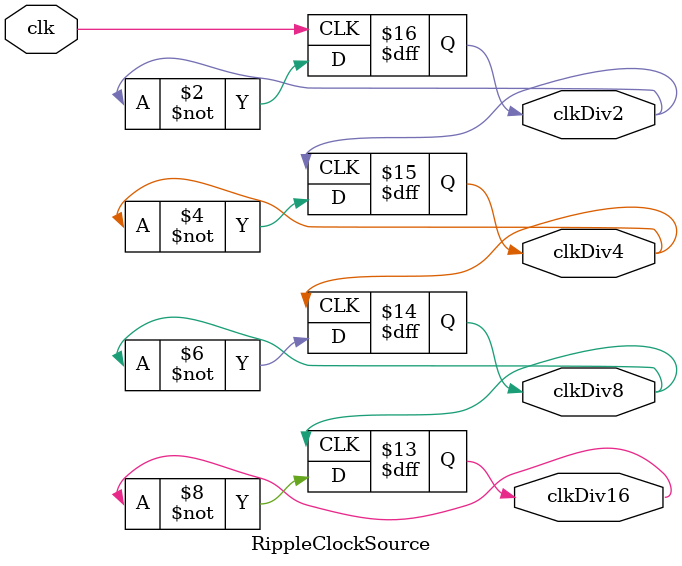
<source format=v>

module RippleClockSource (
    output reg clkDiv2  = 0,
    output reg clkDiv4  = 0,
    output reg clkDiv8  = 0,
    output reg clkDiv16 = 0,

    input wire clk
);

    always @( posedge clk )
        clkDiv2 <= ~clkDiv2;

    always @( posedge clkDiv2 )
        clkDiv4 <= ~clkDiv4;

    always @( posedge clkDiv4 )
        clkDiv8 <= ~clkDiv8;

    always @( posedge clkDiv8 )
        clkDiv16 <= ~clkDiv16;

endmodule // module RippleClockSource

</source>
